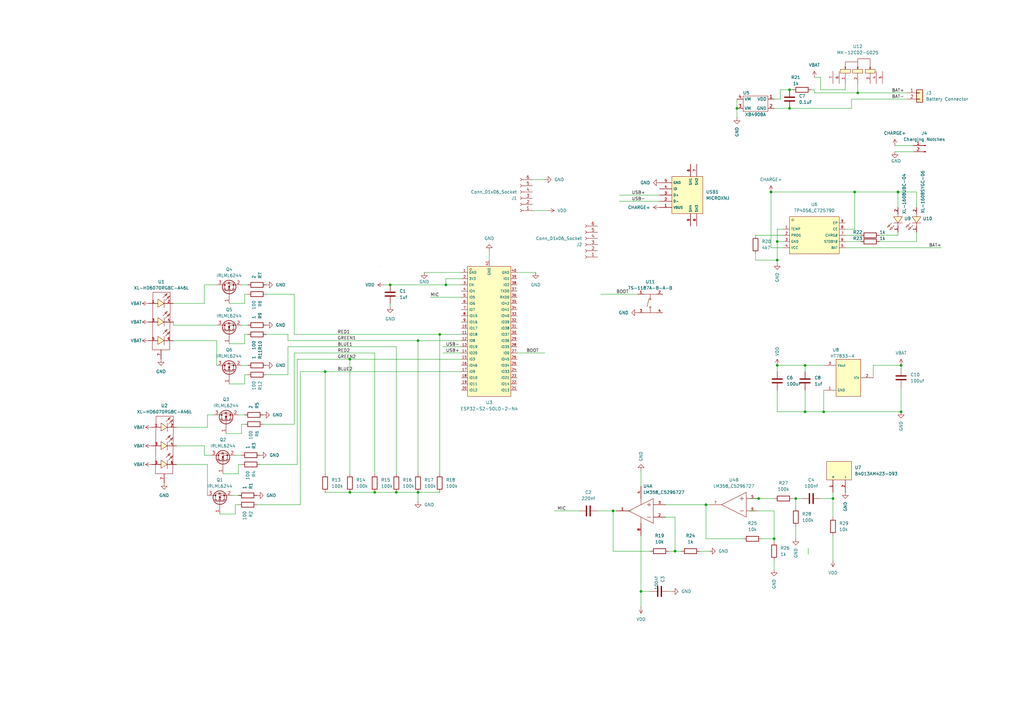
<source format=kicad_sch>
(kicad_sch (version 20230121) (generator eeschema)
  (paper "A3")
  (lib_symbols
    (symbol "B4013AM423-093:B4013AM423-093"
      (property "Reference" "U" (at 0 1.27 0))
      (property "Value" "B4013AM423-093" (at 0 -2.54 0))
      (symbol "B4013AM423-093_0_1"
        (pin unspecified line (at -2.54 -7.62 90) (length 5.08) (name "+") (number "1"))
        (pin unspecified line (at 2.54 -7.62 90) (length 5.08) (name "-") (number "2"))
      )
    )
    (symbol "Battery_Management:XB4908A"
      (property "Reference" "U5" (at 3.81 3.81 0))
      (property "Value" "XB4908A" (at 0 -5.08 0))
      (symbol "XB4908A_1_1"
        (pin bidirectional line (at -7.62 1.27 0) (length 2.54) (name "VDD") (number "1"))
        (pin bidirectional line (at -7.62 -2.54 0) (length 2.54) (name "GND") (number "2"))
        (pin bidirectional line (at 7.62 -2.54 180) (length 2.54) (name "VM") (number "3"))
        (pin bidirectional line (at 7.62 1.27 180) (length 2.54) (name "VM") (number "4"))
      )
    )
    (symbol "Connector:Conn_01x02_Pin" (pin_names (offset 1.016) hide)
      (property "Reference" "J" (at 0 2.54 0))
      (property "Value" "Conn_01x02_Pin" (at 0 -5.08 0))
      (symbol "Conn_01x02_Pin_1_1"
        (pin passive line (at 5.08 0 180) (length 3.81) (name "Pin_1") (number "1"))
        (pin passive line (at 5.08 -2.54 180) (length 3.81) (name "Pin_2") (number "2"))
      )
    )
    (symbol "Connector:Conn_01x06_Socket" (pin_names (offset 1.016) hide)
      (property "Reference" "J" (at 0 7.62 0))
      (property "Value" "Conn_01x06_Socket" (at 0 -10.16 0))
      (symbol "Conn_01x06_Socket_1_1"
        (pin passive line (at -5.08 5.08 0) (length 3.81) (name "Pin_1") (number "1"))
        (pin passive line (at -5.08 2.54 0) (length 3.81) (name "Pin_2") (number "2"))
        (pin passive line (at -5.08 0 0) (length 3.81) (name "Pin_3") (number "3"))
        (pin passive line (at -5.08 -2.54 0) (length 3.81) (name "Pin_4") (number "4"))
        (pin passive line (at -5.08 -5.08 0) (length 3.81) (name "Pin_5") (number "5"))
        (pin passive line (at -5.08 -7.62 0) (length 3.81) (name "Pin_6") (number "6"))
      )
    )
    (symbol "Connector_Generic:Conn_01x02" (pin_names (offset 1.016) hide)
      (property "Reference" "J" (at 0 2.54 0))
      (property "Value" "Conn_01x02" (at 0 -5.08 0))
      (symbol "Conn_01x02_1_1"
        (pin passive line (at -5.08 0 0) (length 3.81) (name "Pin_1") (number "1"))
        (pin passive line (at -5.08 -2.54 0) (length 3.81) (name "Pin_2") (number "2"))
      )
    )
    (symbol "Device:C" (pin_numbers hide) (pin_names (offset 0.254))
      (property "Reference" "C" (at 0.635 2.54 0))
      (property "Value" "C" (at 0.635 -2.54 0))
      (symbol "C_1_1"
        (pin passive line (at 0 3.81 270) (length 2.794) (name "~") (number "1"))
        (pin passive line (at 0 -3.81 90) (length 2.794) (name "~") (number "2"))
      )
    )
    (symbol "Device:R" (pin_numbers hide) (pin_names (offset 0))
      (property "Reference" "R" (at 2.032 0 90))
      (property "Value" "R" (at 0 0 90))
      (symbol "R_1_1"
        (pin passive line (at 0 3.81 270) (length 1.27) (name "~") (number "1"))
        (pin passive line (at 0 -3.81 90) (length 1.27) (name "~") (number "2"))
      )
    )
    (symbol "ESP32-S2-SOLO-2-N4:ESP32-S2-SOLO-2-N4"
      (property "Reference" "U" (at 0 1.27 0))
      (property "Value" "ESP32-S2-SOLO-2-N4" (at 0 -2.54 0))
      (symbol "ESP32-S2-SOLO-2-N4_0_1"
        (pin unspecified line (at -11.43 24.13 0) (length 2.54) (name "GND") (number "1"))
        (pin unspecified line (at -11.43 1.27 0) (length 2.54) (name "IO17") (number "10"))
        (pin unspecified line (at -11.43 -1.27 0) (length 2.54) (name "IO18") (number "11"))
        (pin unspecified line (at -11.43 -3.81 0) (length 2.54) (name "IO8") (number "12"))
        (pin unspecified line (at -11.43 -6.35 0) (length 2.54) (name "IO19") (number "13"))
        (pin unspecified line (at -11.43 -8.89 0) (length 2.54) (name "IO20") (number "14"))
        (pin unspecified line (at -11.43 -11.43 0) (length 2.54) (name "IO3") (number "15"))
        (pin unspecified line (at -11.43 -13.97 0) (length 2.54) (name "IO46") (number "16"))
        (pin unspecified line (at -11.43 -16.51 0) (length 2.54) (name "IO9") (number "17"))
        (pin unspecified line (at -11.43 -19.05 0) (length 2.54) (name "IO10") (number "18"))
        (pin unspecified line (at -11.43 -21.59 0) (length 2.54) (name "IO11") (number "19"))
        (pin unspecified line (at -11.43 21.59 0) (length 2.54) (name "3V3") (number "2"))
        (pin unspecified line (at -11.43 -24.13 0) (length 2.54) (name "IO12") (number "20"))
        (pin unspecified line (at 11.43 -24.13 180) (length 2.54) (name "IO13") (number "21"))
        (pin unspecified line (at 11.43 -21.59 180) (length 2.54) (name "IO14") (number "22"))
        (pin unspecified line (at 11.43 -19.05 180) (length 2.54) (name "IO21") (number "23"))
        (pin unspecified line (at 11.43 -16.51 180) (length 2.54) (name "IO33") (number "24"))
        (pin unspecified line (at 11.43 -13.97 180) (length 2.54) (name "IO34") (number "25"))
        (pin unspecified line (at 11.43 -11.43 180) (length 2.54) (name "IO45") (number "26"))
        (pin unspecified line (at 11.43 -8.89 180) (length 2.54) (name "IO0") (number "27"))
        (pin unspecified line (at 11.43 -6.35 180) (length 2.54) (name "IO35") (number "28"))
        (pin unspecified line (at 11.43 -3.81 180) (length 2.54) (name "IO36") (number "29"))
        (pin unspecified line (at -11.43 19.05 0) (length 2.54) (name "EN") (number "3"))
        (pin unspecified line (at 11.43 -1.27 180) (length 2.54) (name "IO37") (number "30"))
        (pin unspecified line (at 11.43 1.27 180) (length 2.54) (name "IO38") (number "31"))
        (pin unspecified line (at 11.43 3.81 180) (length 2.54) (name "IO39") (number "32"))
        (pin unspecified line (at 11.43 6.35 180) (length 2.54) (name "IO40") (number "33"))
        (pin unspecified line (at 11.43 8.89 180) (length 2.54) (name "IO41") (number "34"))
        (pin unspecified line (at 11.43 11.43 180) (length 2.54) (name "IO42") (number "35"))
        (pin unspecified line (at 11.43 13.97 180) (length 2.54) (name "RXD0") (number "36"))
        (pin unspecified line (at 11.43 16.51 180) (length 2.54) (name "TXD0") (number "37"))
        (pin unspecified line (at 11.43 19.05 180) (length 2.54) (name "IO2") (number "38"))
        (pin unspecified line (at 11.43 21.59 180) (length 2.54) (name "IO1") (number "39"))
        (pin unspecified line (at -11.43 16.51 0) (length 2.54) (name "IO4") (number "4"))
        (pin unspecified line (at 11.43 24.13 180) (length 2.54) (name "GND") (number "40"))
        (pin unspecified line (at 0 29.2101 270) (length 2.54) (name "GND") (number "41"))
        (pin unspecified line (at -11.43 13.97 0) (length 2.54) (name "IO5") (number "5"))
        (pin unspecified line (at -11.43 11.43 0) (length 2.54) (name "IO6") (number "6"))
        (pin unspecified line (at -11.43 8.89 0) (length 2.54) (name "IO7") (number "7"))
        (pin unspecified line (at -11.43 6.35 0) (length 2.54) (name "IO15") (number "8"))
        (pin unspecified line (at -11.43 3.81 0) (length 2.54) (name "IO16") (number "9"))
      )
    )
    (symbol "HT7533-1_C14289:HT7533-1_C14289"
      (property "Reference" "U" (at 0 1.27 0))
      (property "Value" "HT7533-1_C14289" (at 0 -2.54 0))
      (symbol "HT7533-1_C14289_0_1"
        (pin unspecified line (at 10.16 -5.08 180) (length 5.08) (name "GND") (number "1"))
        (pin unspecified line (at -10.16 0 0) (length 5.08) (name "Vin") (number "2"))
        (pin unspecified line (at 10.16 5.08 180) (length 5.08) (name "Vout") (number "3"))
      )
    )
    (symbol "LM358_C5296727:LM358_C5296727" (pin_names hide)
      (property "Reference" "U" (at 0 1.27 0))
      (property "Value" "LM358_C5296727" (at 0 -2.54 0))
      (symbol "LM358_C5296727_1_1"
        (pin output line (at 10.16 0 180) (length 5.08) (name "OUT1") (number "1"))
        (pin unspecified line (at -10.16 2.54 0) (length 5.08) (name "IN1-") (number "2"))
        (pin unspecified line (at -10.16 -2.54 0) (length 5.08) (name "IN1+") (number "3"))
        (pin power_in line (at 0 -10.16 90) (length 5.08) (name "VCC-") (number "4"))
        (pin power_in line (at 0 10.16 270) (length 5.08) (name "VCC+") (number "8"))
      )
      (symbol "LM358_C5296727_2_1"
        (pin unspecified line (at -10.16 -2.54 0) (length 5.08) (name "IN2+") (number "5"))
        (pin unspecified line (at -10.16 2.54 0) (length 5.08) (name "IN2-") (number "6"))
        (pin output line (at 10.16 0 180) (length 5.08) (name "OUT2") (number "7"))
      )
    )
    (symbol "MICROXNJ:MICROXNJ"
      (property "Reference" "USB" (at 0 1.27 0))
      (property "Value" "MICROXNJ" (at 0 -2.54 0))
      (symbol "MICROXNJ_0_1"
        (pin unspecified line (at -10.16 -5.08 0) (length 5.08) (name "VBUS") (number "1"))
        (pin unspecified line (at -10.16 -2.54 0) (length 5.08) (name "D-") (number "2"))
        (pin unspecified line (at -10.16 0 0) (length 5.08) (name "D+") (number "3"))
        (pin unspecified line (at -10.16 2.54 0) (length 5.08) (name "ID") (number "4"))
        (pin unspecified line (at -10.16 5.08 0) (length 5.08) (name "GND") (number "5"))
        (pin unspecified line (at 2.54 12.7 270) (length 5.08) (name "SH1") (number "6"))
        (pin unspecified line (at 5.08 12.7 270) (length 5.08) (name "SH2") (number "7"))
        (pin unspecified line (at 5.08 -12.7 90) (length 5.08) (name "SH3") (number "8"))
        (pin unspecified line (at 2.54 -12.7 90) (length 5.08) (name "SH4") (number "9"))
      )
    )
    (symbol "MK-12C02-G025:MK-12C02-G025" (pin_names hide)
      (property "Reference" "U" (at 0 1.27 0))
      (property "Value" "MK-12C02-G025" (at 0 -2.54 0))
      (symbol "MK-12C02-G025_0_1"
        (pin unspecified line (at -5.08 -5.08 90) (length 4.318) (name "1") (number "1"))
        (pin unspecified line (at 0 -5.08 90) (length 4.318) (name "2") (number "2"))
        (pin unspecified line (at 5.08 -5.08 90) (length 4.318) (name "3") (number "3"))
        (pin unspecified line (at 7.62 -5.08 90) (length 5.08) (name "4") (number "4"))
        (pin unspecified line (at 10.16 -5.08 90) (length 5.08) (name "5") (number "5"))
        (pin unspecified line (at -7.62 -5.08 90) (length 5.08) (name "6") (number "6"))
        (pin unspecified line (at -10.16 -5.08 90) (length 5.08) (name "7") (number "7"))
      )
    )
    (symbol "TP4056_C725790:TP4056_C725790"
      (property "Reference" "U" (at 0 1.27 0))
      (property "Value" "TP4056_C725790" (at 0 -2.54 0))
      (symbol "TP4056_C725790_0_1"
        (pin unspecified line (at -12.7 2.54 0) (length 2.54) (name "TEMP") (number "1"))
        (pin unspecified line (at -12.7 0 0) (length 2.54) (name "PROG") (number "2"))
        (pin unspecified line (at -12.7 -2.54 0) (length 2.54) (name "GND") (number "3"))
        (pin unspecified line (at -12.7 -5.08 0) (length 2.54) (name "VCC") (number "4"))
        (pin unspecified line (at 12.7 -5.08 180) (length 2.54) (name "BAT") (number "5"))
        (pin unspecified line (at 12.7 -2.54 180) (length 2.54) (name "STDBY#") (number "6"))
        (pin unspecified line (at 12.7 0 180) (length 2.54) (name "CHRG#") (number "7"))
        (pin unspecified line (at 12.7 2.54 180) (length 2.54) (name "CE") (number "8"))
        (pin unspecified line (at 12.7 5.08 180) (length 2.54) (name "EP") (number "9"))
      )
    )
    (symbol "TS-1187A-B-A-B:TS-1187A-B-A-B" (pin_names hide)
      (property "Reference" "U" (at 0 1.27 0))
      (property "Value" "TS-1187A-B-A-B" (at 0 -2.54 0))
      (symbol "TS-1187A-B-A-B_0_1"
        (pin unspecified line (at -5.08 2.54 0) (length 2.54) (name "A") (number "1"))
        (pin unspecified line (at 5.08 2.54 180) (length 2.54) (name "B") (number "2"))
        (pin unspecified line (at -5.08 -5.08 0) (length 2.54) (name "C") (number "3"))
        (pin unspecified line (at 5.08 -5.08 180) (length 2.54) (name "D") (number "4"))
      )
    )
    (symbol "Transistor_FET:IRLML6244" (pin_names hide)
      (property "Reference" "Q" (at 5.08 1.905 0))
      (property "Value" "IRLML6244" (at 5.08 0 0))
      (symbol "IRLML6244_1_1"
        (pin input line (at -5.08 0 0) (length 2.54) (name "G") (number "1"))
        (pin passive line (at 2.54 -5.08 90) (length 2.54) (name "S") (number "2"))
        (pin passive line (at 2.54 5.08 270) (length 2.54) (name "D") (number "3"))
      )
    )
    (symbol "VBAT_1" (power) (pin_names (offset 0))
      (property "Value" "VBAT_1" (at 0 5.08 0))
      (symbol "VBAT_1_1_1"
        (pin power_in line (at 0 0 90) (length 0) hide (name "VBAT") (number "1"))
      )
    )
    (symbol "VBAT_10" (power) (pin_names (offset 0))
      (property "Value" "VBAT_10" (at 0 5.08 90))
      (symbol "VBAT_10_1_1"
        (pin power_in line (at 0 0 90) (length 0) hide (name "VBAT") (number "1"))
      )
    )
    (symbol "VBAT_11" (power) (pin_names (offset 0))
      (property "Value" "VBAT_11" (at 0 5.08 0))
      (symbol "VBAT_11_1_1"
        (pin power_in line (at 0 0 90) (length 0) hide (name "CHARGE+") (number "1"))
      )
    )
    (symbol "VBAT_4" (power) (pin_names (offset 0))
      (property "Value" "VBAT_4" (at 0 5.08 0))
      (symbol "VBAT_4_1_1"
        (pin power_in line (at 0 0 90) (length 0) hide (name "VBAT") (number "1"))
      )
    )
    (symbol "VBAT_5" (power) (pin_names (offset 0))
      (property "Value" "VBAT_5" (at 0 5.08 90))
      (symbol "VBAT_5_1_1"
        (pin power_in line (at 0 0 90) (length 0) hide (name "VBAT") (number "1"))
      )
    )
    (symbol "VBAT_6" (power) (pin_names (offset 0))
      (property "Value" "VBAT_6" (at 0 5.08 90))
      (symbol "VBAT_6_1_1"
        (pin power_in line (at 0 0 90) (length 0) hide (name "VBAT") (number "1"))
      )
    )
    (symbol "VBAT_7" (power) (pin_names (offset 0))
      (property "Value" "VBAT_7" (at 0 5.08 90))
      (symbol "VBAT_7_1_1"
        (pin power_in line (at 0 0 90) (length 0) hide (name "VBAT") (number "1"))
      )
    )
    (symbol "VBAT_8" (power) (pin_names (offset 0))
      (property "Value" "VBAT_8" (at 0 5.08 90))
      (symbol "VBAT_8_1_1"
        (pin power_in line (at 0 0 90) (length 0) hide (name "VBAT") (number "1"))
      )
    )
    (symbol "VBAT_9" (power) (pin_names (offset 0))
      (property "Value" "VBAT_9" (at 0 5.08 90))
      (symbol "VBAT_9_1_1"
        (pin power_in line (at 0 0 90) (length 0) hide (name "VBAT") (number "1"))
      )
    )
    (symbol "XL-1608SYGC-06:XL-1608SYGC-06" (pin_names hide)
      (property "Reference" "U" (at 0 1.27 0))
      (property "Value" "XL-1608SYGC-06" (at 0 -2.54 0))
      (symbol "XL-1608SYGC-06_0_1"
        (pin unspecified line (at -5.08 0 0) (length 2.54) (name "K") (number "1"))
        (pin unspecified line (at 5.08 0 180) (length 2.54) (name "A") (number "2"))
      )
    )
    (symbol "XL-1608UBC-04:XL-1608UBC-04" (pin_names hide)
      (property "Reference" "U" (at 0 1.27 0))
      (property "Value" "XL-1608UBC-04" (at 0 -2.54 0))
      (symbol "XL-1608UBC-04_0_1"
        (pin unspecified line (at -5.08 0 0) (length 2.54) (name "K") (number "1"))
        (pin unspecified line (at 5.08 0 180) (length 2.54) (name "A") (number "2"))
      )
    )
    (symbol "XL-HD6070RGBC-A46L:XL-HD6070RGBC-A46L" (pin_names hide)
      (property "Reference" "U" (at 0 1.27 0))
      (property "Value" "XL-HD6070RGBC-A46L" (at 0 -2.54 0))
      (symbol "XL-HD6070RGBC-A46L_0_1"
        (pin unspecified line (at -7.62 5.08 270) (length 3.81) (name "1") (number "1"))
        (pin unspecified line (at -7.62 -5.08 90) (length 3.81) (name "2") (number "2"))
        (pin unspecified line (at 0 5.08 270) (length 3.81) (name "3") (number "3"))
        (pin unspecified line (at 0 -5.08 90) (length 3.81) (name "4") (number "4"))
        (pin unspecified line (at 7.62 5.08 270) (length 3.81) (name "5") (number "5"))
        (pin unspecified line (at 7.62 -5.08 90) (length 3.81) (name "6") (number "6"))
        (pin unspecified line (at 15.24 0 180) (length 3.81) (name "7") (number "7"))
      )
    )
    (symbol "power:GND" (power) (pin_names (offset 0))
      (property "Value" "GND" (at 0 -3.81 0))
      (symbol "GND_1_1"
        (pin power_in line (at 0 0 270) (length 0) hide (name "GND") (number "1"))
      )
    )
    (symbol "power:VBAT" (power) (pin_names (offset 0))
      (property "Value" "CHARGE+" (at 0 5.08 0))
      (symbol "VBAT_1_1"
        (pin power_in line (at 0 0 90) (length 0) hide (name "CHARGE+") (number "1"))
      )
    )
    (symbol "power:VDD" (power) (pin_names (offset 0))
      (property "Value" "VDD" (at 0 3.81 0))
      (symbol "VDD_1_1"
        (pin power_in line (at 0 0 90) (length 0) hide (name "VDD") (number "1"))
      )
    )
  )
  (junction (at 341.63 204.47))
  (junction (at 251.46 209.55))
  (junction (at 160.02 116.84))
  (junction (at 369.57 168.91))
  (junction (at 330.2 149.86))
  (junction (at 323.85 36.83))
  (junction (at 143.51 201.93))
  (junction (at 143.51 147.32))
  (junction (at 153.67 201.93))
  (junction (at 351.79 38.1))
  (junction (at 318.77 99.06))
  (junction (at 369.57 149.86))
  (junction (at 316.23 78.74))
  (junction (at 289.56 207.01))
  (junction (at 311.15 204.47))
  (junction (at 350.52 78.74))
  (junction (at 368.3 78.74))
  (junction (at 323.85 44.45))
  (junction (at 318.77 149.86))
  (junction (at 180.34 137.16))
  (junction (at 262.89 242.57))
  (junction (at 276.86 226.06))
  (junction (at 330.2 168.91))
  (junction (at 318.77 106.68))
  (junction (at 171.45 139.7))
  (junction (at 326.39 204.47))
  (junction (at 317.5 220.98))
  (junction (at 171.45 201.93))
  (junction (at 337.82 168.91))
  (junction (at 133.35 152.4))
  (junction (at 162.56 201.93))
  (junction (at 302.26 44.45))
  (junction (at 182.88 116.84))
  (wire (pts (xy 316.23 78.74) (xy 350.52 78.74)))
  (wire (pts (xy 83.82 116.84) (xy 83.82 124.46)))
  (wire (pts (xy 302.26 44.45) (xy 302.26 40.64)))
  (wire (pts (xy 336.55 36.83) (xy 346.71 36.83)))
  (wire (pts (xy 317.5 44.45) (xy 323.85 44.45)))
  (wire (pts (xy 320.04 40.64) (xy 320.04 36.83)))
  (wire (pts (xy 180.34 137.16) (xy 189.23 137.16)))
  (wire (pts (xy 368.3 78.74) (xy 375.92 78.74)))
  (wire (pts (xy 274.32 226.06) (xy 276.86 226.06)))
  (wire (pts (xy 160.02 124.46) (xy 160.02 125.73)))
  (wire (pts (xy 101.6 153.67) (xy 100.33 153.67)))
  (wire (pts (xy 162.56 142.24) (xy 162.56 194.31)))
  (wire (pts (xy 133.35 152.4) (xy 189.23 152.4)))
  (wire (pts (xy 358.14 149.86) (xy 358.14 154.94)))
  (wire (pts (xy 318.77 107.95) (xy 318.77 106.68)))
  (wire (pts (xy 323.85 44.45) (xy 349.25 44.45)))
  (wire (pts (xy 182.88 114.3) (xy 189.23 114.3)))
  (wire (pts (xy 321.31 93.98) (xy 318.77 93.98)))
  (wire (pts (xy 171.45 139.7) (xy 189.23 139.7)))
  (wire (pts (xy 181.61 144.78) (xy 189.23 144.78)))
  (wire (pts (xy 123.19 152.4) (xy 133.35 152.4)))
  (wire (pts (xy 171.45 139.7) (xy 171.45 194.31)))
  (wire (pts (xy 121.92 147.32) (xy 143.51 147.32)))
  (wire (pts (xy 218.44 86.36) (xy 224.79 86.36)))
  (wire (pts (xy 289.56 207.01) (xy 290.83 207.01)))
  (wire (pts (xy 71.12 133.35) (xy 88.9 133.35)))
  (wire (pts (xy 181.61 142.24) (xy 189.23 142.24)))
  (wire (pts (xy 99.06 173.99) (xy 99.06 177.8)))
  (wire (pts (xy 71.12 133.35) (xy 71.12 132.08)))
  (wire (pts (xy 330.2 168.91) (xy 318.77 168.91)))
  (wire (pts (xy 349.25 44.45) (xy 349.25 40.64)))
  (wire (pts (xy 133.35 152.4) (xy 133.35 194.31)))
  (wire (pts (xy 346.71 36.83) (xy 346.71 34.29)))
  (wire (pts (xy 143.51 201.93) (xy 153.67 201.93)))
  (wire (pts (xy 309.88 106.68) (xy 309.88 104.14)))
  (wire (pts (xy 96.52 210.82) (xy 90.17 210.82)))
  (wire (pts (xy 304.8 220.98) (xy 289.56 220.98)))
  (wire (pts (xy 153.67 144.78) (xy 153.67 194.31)))
  (wire (pts (xy 251.46 226.06) (xy 251.46 209.55)))
  (wire (pts (xy 245.11 209.55) (xy 251.46 209.55)))
  (wire (pts (xy 275.59 242.57) (xy 274.32 242.57)))
  (wire (pts (xy 311.15 209.55) (xy 317.5 209.55)))
  (wire (pts (xy 368.3 78.74) (xy 368.3 85.09)))
  (wire (pts (xy 341.63 204.47) (xy 341.63 201.93)))
  (wire (pts (xy 189.23 116.84) (xy 182.88 116.84)))
  (wire (pts (xy 157.48 116.84) (xy 160.02 116.84)))
  (wire (pts (xy 93.98 157.48) (xy 100.33 157.48)))
  (wire (pts (xy 86.36 186.69) (xy 83.82 186.69)))
  (wire (pts (xy 71.12 139.7) (xy 88.9 139.7)))
  (wire (pts (xy 99.06 177.8) (xy 92.71 177.8)))
  (wire (pts (xy 330.2 168.91) (xy 330.2 160.02)))
  (wire (pts (xy 109.22 153.67) (xy 118.11 153.67)))
  (wire (pts (xy 334.01 38.1) (xy 351.79 38.1)))
  (wire (pts (xy 72.39 190.5) (xy 85.09 190.5)))
  (wire (pts (xy 254 80.01) (xy 270.51 80.01)))
  (wire (pts (xy 317.5 229.87) (xy 317.5 233.68)))
  (wire (pts (xy 262.89 219.71) (xy 262.89 242.57)))
  (wire (pts (xy 251.46 209.55) (xy 252.73 209.55)))
  (wire (pts (xy 120.65 137.16) (xy 180.34 137.16)))
  (wire (pts (xy 326.39 204.47) (xy 328.93 204.47)))
  (wire (pts (xy 97.79 170.18) (xy 100.33 170.18)))
  (wire (pts (xy 83.82 124.46) (xy 71.12 124.46)))
  (wire (pts (xy 118.11 137.16) (xy 118.11 139.7)))
  (wire (pts (xy 309.88 209.55) (xy 307.34 209.55)))
  (wire (pts (xy 367.03 62.23) (xy 374.65 62.23)))
  (wire (pts (xy 262.89 248.92) (xy 262.89 242.57)))
  (wire (pts (xy 266.7 226.06) (xy 251.46 226.06)))
  (wire (pts (xy 351.79 38.1) (xy 351.79 34.29)))
  (wire (pts (xy 100.33 124.46) (xy 93.98 124.46)))
  (wire (pts (xy 254 82.55) (xy 270.51 82.55)))
  (wire (pts (xy 96.52 207.01) (xy 96.52 210.82)))
  (wire (pts (xy 120.65 144.78) (xy 153.67 144.78)))
  (wire (pts (xy 309.88 96.52) (xy 321.31 96.52)))
  (wire (pts (xy 218.44 73.66) (xy 223.52 73.66)))
  (wire (pts (xy 100.33 120.65) (xy 100.33 124.46)))
  (wire (pts (xy 100.33 140.97) (xy 93.98 140.97)))
  (wire (pts (xy 330.2 149.86) (xy 330.2 152.4)))
  (wire (pts (xy 85.09 175.26) (xy 72.39 175.26)))
  (wire (pts (xy 100.33 153.67) (xy 100.33 157.48)))
  (wire (pts (xy 273.05 207.01) (xy 289.56 207.01)))
  (wire (pts (xy 337.82 149.86) (xy 330.2 149.86)))
  (wire (pts (xy 353.06 96.52) (xy 346.71 96.52)))
  (wire (pts (xy 83.82 182.88) (xy 72.39 182.88)))
  (wire (pts (xy 171.45 201.93) (xy 180.34 201.93)))
  (wire (pts (xy 212.09 111.76) (xy 219.71 111.76)))
  (wire (pts (xy 120.65 173.99) (xy 120.65 144.78)))
  (wire (pts (xy 337.82 160.02) (xy 337.82 168.91)))
  (wire (pts (xy 341.63 219.71) (xy 341.63 229.87)))
  (wire (pts (xy 107.95 173.99) (xy 120.65 173.99)))
  (wire (pts (xy 307.34 204.47) (xy 311.15 204.47)))
  (wire (pts (xy 88.9 149.86) (xy 88.9 139.7)))
  (wire (pts (xy 317.5 209.55) (xy 317.5 220.98)))
  (wire (pts (xy 368.3 95.25) (xy 368.3 96.52)))
  (wire (pts (xy 101.6 120.65) (xy 100.33 120.65)))
  (wire (pts (xy 95.25 203.2) (xy 97.79 203.2)))
  (wire (pts (xy 109.22 120.65) (xy 120.65 120.65)))
  (wire (pts (xy 320.04 36.83) (xy 323.85 36.83)))
  (wire (pts (xy 200.66 102.87) (xy 200.66 106.6799)))
  (wire (pts (xy 317.5 204.47) (xy 311.15 204.47)))
  (wire (pts (xy 120.65 120.65) (xy 120.65 137.16)))
  (wire (pts (xy 287.02 226.06) (xy 290.83 226.06)))
  (wire (pts (xy 180.34 137.16) (xy 180.34 194.31)))
  (wire (pts (xy 276.86 226.06) (xy 279.4 226.06)))
  (wire (pts (xy 323.85 36.83) (xy 325.12 36.83)))
  (wire (pts (xy 162.56 201.93) (xy 171.45 201.93)))
  (wire (pts (xy 118.11 139.7) (xy 171.45 139.7)))
  (wire (pts (xy 97.79 190.5) (xy 97.79 194.31)))
  (wire (pts (xy 189.23 111.76) (xy 173.99 111.76)))
  (wire (pts (xy 176.53 121.92) (xy 189.23 121.92)))
  (wire (pts (xy 105.41 207.01) (xy 123.19 207.01)))
  (wire (pts (xy 109.22 137.16) (xy 118.11 137.16)))
  (wire (pts (xy 375.92 95.25) (xy 375.92 99.06)))
  (wire (pts (xy 312.42 220.98) (xy 317.5 220.98)))
  (wire (pts (xy 349.25 40.64) (xy 372.11 40.64)))
  (wire (pts (xy 326.39 215.9) (xy 326.39 220.98)))
  (wire (pts (xy 266.7 242.57) (xy 262.89 242.57)))
  (wire (pts (xy 369.57 158.75) (xy 369.57 168.91)))
  (wire (pts (xy 97.79 194.31) (xy 91.44 194.31)))
  (wire (pts (xy 83.82 186.69) (xy 83.82 182.88)))
  (wire (pts (xy 227.33 209.55) (xy 237.49 209.55)))
  (wire (pts (xy 106.68 190.5) (xy 121.92 190.5)))
  (wire (pts (xy 336.55 204.47) (xy 341.63 204.47)))
  (wire (pts (xy 321.31 99.06) (xy 318.77 99.06)))
  (wire (pts (xy 302.26 44.45) (xy 302.26 48.26)))
  (wire (pts (xy 99.06 149.86) (xy 101.6 149.86)))
  (wire (pts (xy 123.19 152.4) (xy 123.19 207.01)))
  (wire (pts (xy 118.11 142.24) (xy 162.56 142.24)))
  (wire (pts (xy 160.02 116.84) (xy 182.88 116.84)))
  (wire (pts (xy 88.9 116.84) (xy 83.82 116.84)))
  (wire (pts (xy 341.63 204.47) (xy 341.63 212.09)))
  (wire (pts (xy 100.33 137.16) (xy 100.33 140.97)))
  (wire (pts (xy 318.77 149.86) (xy 330.2 149.86)))
  (wire (pts (xy 375.92 99.06) (xy 360.68 99.06)))
  (wire (pts (xy 97.79 207.01) (xy 96.52 207.01)))
  (wire (pts (xy 337.82 168.91) (xy 330.2 168.91)))
  (wire (pts (xy 353.06 99.06) (xy 346.71 99.06)))
  (wire (pts (xy 332.74 36.83) (xy 334.01 36.83)))
  (wire (pts (xy 317.5 220.98) (xy 317.5 222.25)))
  (wire (pts (xy 350.52 93.98) (xy 350.52 78.74)))
  (wire (pts (xy 273.05 212.09) (xy 276.86 212.09)))
  (wire (pts (xy 321.31 101.6) (xy 316.23 101.6)))
  (wire (pts (xy 317.5 40.64) (xy 320.04 40.64)))
  (wire (pts (xy 133.35 201.93) (xy 143.51 201.93)))
  (wire (pts (xy 346.71 101.6) (xy 386.08 101.6)))
  (wire (pts (xy 212.09 144.78) (xy 223.52 144.78)))
  (wire (pts (xy 246.38 120.65) (xy 261.62 120.65)))
  (wire (pts (xy 171.45 205.74) (xy 171.45 201.93)))
  (wire (pts (xy 99.06 190.5) (xy 97.79 190.5)))
  (wire (pts (xy 99.06 116.84) (xy 101.6 116.84)))
  (wire (pts (xy 85.09 170.18) (xy 85.09 175.26)))
  (wire (pts (xy 326.39 204.47) (xy 326.39 208.28)))
  (wire (pts (xy 318.77 99.06) (xy 318.77 106.68)))
  (wire (pts (xy 259.08 209.55) (xy 257.81 209.55)))
  (wire (pts (xy 182.88 114.3) (xy 182.88 116.84)))
  (wire (pts (xy 276.86 226.06) (xy 276.86 212.09)))
  (wire (pts (xy 350.52 78.74) (xy 368.3 78.74)))
  (wire (pts (xy 87.63 170.18) (xy 85.09 170.18)))
  (wire (pts (xy 375.92 78.74) (xy 375.92 85.09)))
  (wire (pts (xy 325.12 204.47) (xy 326.39 204.47)))
  (wire (pts (xy 101.6 137.16) (xy 100.33 137.16)))
  (wire (pts (xy 318.77 168.91) (xy 318.77 160.02)))
  (wire (pts (xy 118.11 153.67) (xy 118.11 142.24)))
  (wire (pts (xy 153.67 201.93) (xy 162.56 201.93)))
  (wire (pts (xy 100.33 173.99) (xy 99.06 173.99)))
  (wire (pts (xy 316.23 101.6) (xy 316.23 78.74)))
  (wire (pts (xy 369.57 149.86) (xy 369.57 151.13)))
  (wire (pts (xy 85.09 203.2) (xy 85.09 190.5)))
  (wire (pts (xy 336.55 31.75) (xy 336.55 36.83)))
  (wire (pts (xy 318.77 93.98) (xy 318.77 99.06)))
  (wire (pts (xy 96.52 186.69) (xy 99.06 186.69)))
  (wire (pts (xy 331.47 224.79) (xy 331.47 227.33)))
  (wire (pts (xy 156.21 109.2199) (xy 156.21 109.22)))
  (wire (pts (xy 346.71 93.98) (xy 350.52 93.98)))
  (wire (pts (xy 143.51 147.32) (xy 143.51 194.31)))
  (wire (pts (xy 336.55 31.75) (xy 334.01 31.75)))
  (wire (pts (xy 368.3 96.52) (xy 360.68 96.52)))
  (wire (pts (xy 318.77 149.86) (xy 318.77 152.4)))
  (wire (pts (xy 99.06 133.35) (xy 101.6 133.35)))
  (wire (pts (xy 121.92 190.5) (xy 121.92 147.32)))
  (wire (pts (xy 289.56 220.98) (xy 289.56 207.01)))
  (wire (pts (xy 367.03 59.69) (xy 374.65 59.69)))
  (wire (pts (xy 337.82 168.91) (xy 369.57 168.91)))
  (wire (pts (xy 334.01 36.83) (xy 334.01 38.1)))
  (wire (pts (xy 358.14 149.86) (xy 369.57 149.86)))
  (wire (pts (xy 262.89 193.04) (xy 262.89 199.39)))
  (wire (pts (xy 351.79 38.1) (xy 372.11 38.1)))
  (wire (pts (xy 318.77 106.68) (xy 309.88 106.68)))
  (wire (pts (xy 143.51 147.32) (xy 189.23 147.32)))
  (label "GREEN2" (at 138.43 147.32 0))
  (label "USB+" (at 182.88 144.78 0))
  (label "BLUE1" (at 138.43 142.24 0))
  (label "MIC" (at 176.53 121.92 0))
  (label "BOOT" (at 215.9 144.78 0))
  (label "RED1" (at 138.43 137.16 0))
  (label "GREEN1" (at 138.43 139.7 0))
  (label "BLUE2" (at 138.43 152.4 0))
  (label "MIC" (at 228.6 209.55 0))
  (label "RED2" (at 138.43 144.78 0))
  (label "BAT+" (at 365.76 38.1 0))
  (label "USB+" (at 259.08 80.01 0))
  (label "USB-" (at 182.88 142.24 0))
  (label "BOOT" (at 252.73 120.65 0))
  (label "USB-" (at 259.08 82.55 0))
  (label "BAT+" (at 381 101.6 0))
  (label "BAT-" (at 365.76 40.64 0))
  (symbol (lib_id "power:GND") (at 262.89 193.04 180) (unit 1)
    (property "Reference" "#PWR022" (effects hide))
    (property "Value" "GND" (at 262.89 189.23 90) (effects (justify right)))
  )
  (symbol (lib_id "Device:C") (at 318.77 156.21 180) (unit 1)
    (property "Reference" "C6" (at 322.58 154.94 0) (effects (justify right)))
    (property "Value" "100uF" (at 322.58 157.48 0) (effects (justify right)))
    (property "Footprint" "Capacitor_SMD:C_0603_1608Metric" (effects hide))
  )
  (symbol (lib_name "VBAT_10") (lib_id "power:VBAT") (at 60.96 124.46 90) (unit 1)
    (property "Reference" "#PWR01" (effects hide))
    (property "Value" "VBAT" (at 55.88 124.46 90))
  )
  (symbol (lib_id "power:VDD") (at 262.89 248.92 180) (unit 1)
    (property "Reference" "#PWR024" (effects hide))
    (property "Value" "VDD" (at 262.89 254 0))
  )
  (symbol (lib_id "power:GND") (at 67.31 198.12 0) (unit 1)
    (property "Reference" "#PWR08" (effects hide))
    (property "Value" "GND" (at 67.31 203.2 0))
  )
  (symbol (lib_id "Device:R") (at 143.51 198.12 180) (unit 1)
    (property "Reference" "R14" (at 146.05 196.85 0) (effects (justify right)))
    (property "Value" "100k" (at 146.05 199.39 0) (effects (justify right)))
    (property "Footprint" "Resistor_SMD:R_0603_1608Metric" (effects hide))
  )
  (symbol (lib_id "Device:R") (at 104.14 170.18 90) (mirror x) (unit 1)
    (property "Reference" "R5" (at 105.41 167.64 0) (effects (justify right)))
    (property "Value" "2" (at 102.87 167.64 0) (effects (justify right)))
    (property "Footprint" "Resistor_SMD:R_0603_1608Metric" (effects hide))
  )
  (symbol (lib_id "TP4056_C725790:TP4056_C725790") (at 334.01 96.52 0) (unit 1)
    (property "Reference" "U6" (at 334.01 83.82 0))
    (property "Value" "TP4056_C725790" (at 334.01 86.36 0))
    (property "Footprint" "footprint:ESOP-8_L4.9-W3.9-P1.27-LS6.0-BL-EP" (effects hide))
    (property "Datasheet" "https://www.mornsun.cn/html/pdf/SCM1501B.html" (effects hide))
    (property "LCSC" "C725790" (effects hide))
  )
  (symbol (lib_id "power:VDD") (at 157.48 116.84 90) (unit 1)
    (property "Reference" "#PWR015" (effects hide))
    (property "Value" "VDD" (at 153.67 116.84 90) (effects (justify left)))
  )
  (symbol (lib_id "power:GND") (at 223.52 73.66 90) (unit 1)
    (property "Reference" "#PWR020" (effects hide))
    (property "Value" "GND" (at 227.33 73.66 90) (effects (justify right)))
  )
  (symbol (lib_id "Transistor_FET:IRLML6244") (at 93.98 152.4 90) (unit 1)
    (property "Reference" "Q6" (at 93.98 143.51 90))
    (property "Value" "IRLML6244" (at 93.98 146.05 90))
    (property "Footprint" "Package_TO_SOT_SMD:SOT-23" (effects hide))
    (property "Datasheet" "https://www.infineon.com/dgdl/Infineon-IRLML6244-DataSheet-v01_01-EN.pdf?fileId=5546d462533600a4015356686fed261f" (effects hide))
  )
  (symbol (lib_id "power:GND") (at 270.51 74.93 270) (unit 1)
    (property "Reference" "#PWR041" (effects hide))
    (property "Value" "GND" (at 266.7 74.93 90) (effects (justify right)))
  )
  (symbol (lib_id "power:GND") (at 290.83 226.06 90) (unit 1)
    (property "Reference" "#PWR026" (effects hide))
    (property "Value" "GND" (at 294.64 226.06 90) (effects (justify right)))
  )
  (symbol (lib_name "VBAT_8") (lib_id "power:VBAT") (at 60.96 139.7 90) (unit 1)
    (property "Reference" "#PWR03" (effects hide))
    (property "Value" "VBAT" (at 55.88 139.7 90))
  )
  (symbol (lib_id "Device:C") (at 160.02 120.65 180) (unit 1)
    (property "Reference" "C1" (at 163.83 119.38 0) (effects (justify right)))
    (property "Value" "1uf" (at 163.83 121.92 0) (effects (justify right)))
    (property "Footprint" "Capacitor_SMD:C_0603_1608Metric" (effects hide))
  )
  (symbol (lib_id "power:GND") (at 317.5 233.68 0) (unit 1)
    (property "Reference" "#PWR028" (effects hide))
    (property "Value" "GND" (at 317.5 237.49 90) (effects (justify right)))
  )
  (symbol (lib_id "Device:C") (at 323.85 40.64 0) (unit 1)
    (property "Reference" "C7" (at 327.66 39.37 0) (effects (justify left)))
    (property "Value" "0.1uF" (at 327.66 41.91 0) (effects (justify left)))
    (property "Footprint" "Capacitor_SMD:C_0603_1608Metric" (effects hide))
  )
  (symbol (lib_name "VBAT_4") (lib_id "power:VBAT") (at 334.01 31.75 0) (unit 1)
    (property "Reference" "#PWR034" (effects hide))
    (property "Value" "VBAT" (at 334.01 26.67 0))
  )
  (symbol (lib_id "XL-HD6070RGBC-A46L:XL-HD6070RGBC-A46L") (at 66.04 132.08 90) (mirror x) (unit 1)
    (property "Reference" "U1" (at 66.167 115.57 90))
    (property "Value" "XL-HD6070RGBC-A46L" (at 66.167 118.11 90))
    (property "Footprint" "footprint:LED-SMD_XL-HD6070RGBC-A46L" (effects hide))
    (property "Datasheet" "https://atta.szlcsc.com/upload/public/pdf/source/20230111/33D25E00C3079F1D905D9121522B30DE.pdf" (effects hide))
    (property "LCSC" "C5349977" (effects hide))
  )
  (symbol (lib_id "power:GND") (at 160.02 125.73 0) (unit 1)
    (property "Reference" "#PWR016" (effects hide))
    (property "Value" "GND" (at 160.02 130.81 0))
  )
  (symbol (lib_id "LM358_C5296727:LM358_C5296727") (at 300.99 207.01 180) (unit 2)
    (property "Reference" "U4" (at 300.99 196.85 0))
    (property "Value" "LM358_C5296727" (at 300.99 199.39 0))
    (property "Footprint" "footprint:SO-8_L4.9-W3.9-P1.27-LS6.0-BL" (effects hide))
    (property "Datasheet" "https://www.mouser.in/datasheet/2/609/623345fc-1268583.pdf" (effects hide))
    (property "LCSC" "C5296727" (effects hide))
  )
  (symbol (lib_id "Device:R") (at 101.6 207.01 90) (unit 1)
    (property "Reference" "R2" (at 102.87 209.55 0) (effects (justify right)))
    (property "Value" "100" (at 100.33 209.55 0) (effects (justify right)))
    (property "Footprint" "Resistor_SMD:R_0603_1608Metric" (effects hide))
  )
  (symbol (lib_id "XL-1608SYGC-06:XL-1608SYGC-06") (at 375.92 90.17 90) (unit 1)
    (property "Reference" "U10" (at 378.46 89.662 90) (effects (justify right)))
    (property "Value" "XL-1608SYGC-06" (at 378.46 69.85 0) (effects (justify right)))
    (property "Footprint" "footprint:LED0603-RD_GREEN" (effects hide))
    (property "Datasheet" "https://atta.szlcsc.com/upload/public/pdf/source/20190115/C264450_D840E7E570138F41CCE67133F241C738.pdf" (effects hide))
    (property "LCSC" "C965805" (effects hide))
  )
  (symbol (lib_id "Device:R") (at 104.14 173.99 90) (unit 1)
    (property "Reference" "R6" (at 105.41 176.53 0) (effects (justify right)))
    (property "Value" "100" (at 102.87 176.53 0) (effects (justify right)))
    (property "Footprint" "Resistor_SMD:R_0603_1608Metric" (effects hide))
  )
  (symbol (lib_id "Transistor_FET:IRLML6244") (at 93.98 119.38 90) (unit 1)
    (property "Reference" "Q4" (at 93.98 110.49 90))
    (property "Value" "IRLML6244" (at 93.98 113.03 90))
    (property "Footprint" "Package_TO_SOT_SMD:SOT-23" (effects hide))
    (property "Datasheet" "https://www.infineon.com/dgdl/Infineon-IRLML6244-DataSheet-v01_01-EN.pdf?fileId=5546d462533600a4015356686fed261f" (effects hide))
  )
  (symbol (lib_id "Device:R") (at 133.35 198.12 180) (unit 1)
    (property "Reference" "R13" (at 135.89 196.85 0) (effects (justify right)))
    (property "Value" "100k" (at 135.89 199.39 0) (effects (justify right)))
    (property "Footprint" "Resistor_SMD:R_0603_1608Metric" (effects hide))
  )
  (symbol (lib_id "Device:C") (at 332.74 204.47 90) (unit 1)
    (property "Reference" "C4" (at 332.74 196.85 90))
    (property "Value" "100nf" (at 332.74 199.39 90))
    (property "Footprint" "Capacitor_SMD:C_0603_1608Metric" (effects hide))
  )
  (symbol (lib_id "power:GND") (at 219.71 111.76 0) (unit 1)
    (property "Reference" "#PWR023" (effects hide))
    (property "Value" "GND" (at 219.71 116.84 0))
  )
  (symbol (lib_id "Device:R") (at 101.6 203.2 90) (mirror x) (unit 1)
    (property "Reference" "R1" (at 102.87 200.66 0) (effects (justify right)))
    (property "Value" "1" (at 100.33 200.66 0) (effects (justify right)))
    (property "Footprint" "Resistor_SMD:R_0603_1608Metric" (effects hide))
  )
  (symbol (lib_id "Device:R") (at 341.63 215.9 0) (unit 1)
    (property "Reference" "R29" (at 344.17 214.63 0) (effects (justify left)))
    (property "Value" "10k" (at 344.17 217.17 0) (effects (justify left)))
    (property "Footprint" "Resistor_SMD:R_0603_1608Metric" (effects hide))
  )
  (symbol (lib_id "Device:R") (at 356.87 96.52 270) (unit 1)
    (property "Reference" "R22" (at 351.79 95.25 90))
    (property "Value" "1k" (at 361.95 95.25 90))
    (property "Footprint" "Resistor_SMD:R_0603_1608Metric" (effects hide))
  )
  (symbol (lib_id "XL-HD6070RGBC-A46L:XL-HD6070RGBC-A46L") (at 67.31 182.88 90) (mirror x) (unit 1)
    (property "Reference" "U2" (at 67.437 166.37 90))
    (property "Value" "XL-HD6070RGBC-A46L" (at 67.437 168.91 90))
    (property "Footprint" "footprint:LED-SMD_XL-HD6070RGBC-A46L" (effects hide))
    (property "Datasheet" "https://atta.szlcsc.com/upload/public/pdf/source/20230111/33D25E00C3079F1D905D9121522B30DE.pdf" (effects hide))
    (property "LCSC" "C5349977" (effects hide))
  )
  (symbol (lib_id "XL-1608UBC-04:XL-1608UBC-04") (at 368.3 90.17 90) (unit 1)
    (property "Reference" "U9" (at 370.84 89.662 90) (effects (justify right)))
    (property "Value" "XL-1608UBC-04" (at 370.84 71.12 0) (effects (justify right)))
    (property "Footprint" "footprint:LED0603-RD_BLUE" (effects hide))
    (property "Datasheet" "https://atta.szlcsc.com/upload/public/pdf/source/20210617/C2837377_50FC585D376FE0CDA016E524346528FF.pdf" (effects hide))
    (property "LCSC" "C965807" (effects hide))
  )
  (symbol (lib_id "LM358_C5296727:LM358_C5296727") (at 262.89 209.55 180) (unit 1)
    (property "Reference" "U4" (at 263.7789 199.39 0) (effects (justify right)))
    (property "Value" "LM358_C5296727" (at 263.7789 201.93 0) (effects (justify right)))
    (property "Footprint" "footprint:SO-8_L4.9-W3.9-P1.27-LS6.0-BL" (effects hide))
    (property "Datasheet" "https://www.mouser.in/datasheet/2/609/623345fc-1268583.pdf" (effects hide))
    (property "LCSC" "C5296727" (effects hide))
  )
  (symbol (lib_id "Device:R") (at 105.41 153.67 90) (unit 1)
    (property "Reference" "R12" (at 106.68 156.21 0) (effects (justify right)))
    (property "Value" "100" (at 104.14 156.21 0) (effects (justify right)))
    (property "Footprint" "Resistor_SMD:R_0603_1608Metric" (effects hide))
  )
  (symbol (lib_id "Device:R") (at 105.41 149.86 90) (mirror x) (unit 1)
    (property "Reference" "R11" (at 106.68 147.32 0) (effects (justify right)))
    (property "Value" "1" (at 104.14 147.32 0) (effects (justify right)))
    (property "Footprint" "Resistor_SMD:R_0603_1608Metric" (effects hide))
  )
  (symbol (lib_id "Device:R") (at 180.34 198.12 180) (unit 1)
    (property "Reference" "R18" (at 182.88 196.85 0) (effects (justify right)))
    (property "Value" "100k" (at 182.88 199.39 0) (effects (justify right)))
    (property "Footprint" "Resistor_SMD:R_0603_1608Metric" (effects hide))
  )
  (symbol (lib_id "power:VDD") (at 318.77 149.86 0) (unit 1)
    (property "Reference" "#PWR032" (effects hide))
    (property "Value" "VDD" (at 318.77 146.05 90) (effects (justify left)))
  )
  (symbol (lib_id "Device:C") (at 241.3 209.55 90) (unit 1)
    (property "Reference" "C2" (at 241.3 201.93 90))
    (property "Value" "220nf" (at 241.3 204.47 90))
    (property "Footprint" "Capacitor_SMD:C_0603_1608Metric" (effects hide))
  )
  (symbol (lib_id "Device:R") (at 328.93 36.83 90) (unit 1)
    (property "Reference" "R21" (at 326.39 31.75 90))
    (property "Value" "1k" (at 326.39 34.29 90))
    (property "Footprint" "Resistor_SMD:R_0603_1608Metric" (effects hide))
  )
  (symbol (lib_id "Device:R") (at 102.87 186.69 90) (mirror x) (unit 1)
    (property "Reference" "R3" (at 104.14 184.15 0) (effects (justify right)))
    (property "Value" "1" (at 101.6 184.15 0) (effects (justify right)))
    (property "Footprint" "Resistor_SMD:R_0603_1608Metric" (effects hide))
  )
  (symbol (lib_id "Device:C") (at 270.51 242.57 270) (unit 1)
    (property "Reference" "C3" (at 271.78 236.22 0) (effects (justify left)))
    (property "Value" "100nf" (at 269.24 236.22 0) (effects (justify left)))
    (property "Footprint" "Capacitor_SMD:C_0603_1608Metric" (effects hide))
  )
  (symbol (lib_id "Device:R") (at 326.39 212.09 0) (unit 1)
    (property "Reference" "R28" (at 328.93 210.82 0) (effects (justify left)))
    (property "Value" "100k" (at 328.93 213.36 0) (effects (justify left)))
    (property "Footprint" "Resistor_SMD:R_0603_1608Metric" (effects hide))
  )
  (symbol (lib_id "Transistor_FET:IRLML6244") (at 93.98 135.89 90) (unit 1)
    (property "Reference" "Q5" (at 93.98 127 90))
    (property "Value" "IRLML6244" (at 93.98 129.54 90))
    (property "Footprint" "Package_TO_SOT_SMD:SOT-23" (effects hide))
    (property "Datasheet" "https://www.infineon.com/dgdl/Infineon-IRLML6244-DataSheet-v01_01-EN.pdf?fileId=5546d462533600a4015356686fed261f" (effects hide))
  )
  (symbol (lib_id "power:GND") (at 173.99 111.76 0) (unit 1)
    (property "Reference" "#PWR018" (effects hide))
    (property "Value" "GND" (at 173.99 115.57 0))
  )
  (symbol (lib_id "Device:R") (at 283.21 226.06 90) (unit 1)
    (property "Reference" "R24" (at 283.21 219.71 90))
    (property "Value" "1k" (at 283.21 222.25 90))
    (property "Footprint" "Resistor_SMD:R_0603_1608Metric" (effects hide))
  )
  (symbol (lib_id "power:GND") (at 326.39 220.98 0) (unit 1)
    (property "Reference" "#PWR029" (effects hide))
    (property "Value" "GND" (at 326.39 224.79 90) (effects (justify right)))
  )
  (symbol (lib_id "Connector:Conn_01x02_Pin") (at 379.73 59.69 0) (mirror y) (unit 1)
    (property "Reference" "J4" (at 379.095 54.61 0))
    (property "Value" "Charging Notches" (at 379.095 57.15 0))
    (property "Footprint" "Library:ChargingNotches" (effects hide))
  )
  (symbol (lib_id "power:GND") (at 369.57 168.91 0) (unit 1)
    (property "Reference" "#PWR040" (effects hide))
    (property "Value" "GND" (at 369.57 172.72 90) (effects (justify right)))
  )
  (symbol (lib_id "MK-12C02-G025:MK-12C02-G025") (at 351.79 29.21 0) (unit 1)
    (property "Reference" "U12" (at 351.79 19.05 0))
    (property "Value" "MK-12C02-G025" (at 351.79 21.59 0))
    (property "Footprint" "footprint:SW-SMD_MK-12C02-G025" (effects hide))
    (property "Datasheet" "https://item.szlcsc.com/826787.html" (effects hide))
    (property "LCSC" "C778186" (effects hide))
  )
  (symbol (lib_id "Device:R") (at 356.87 99.06 270) (unit 1)
    (property "Reference" "R23" (at 351.79 97.79 90))
    (property "Value" "1k" (at 361.95 97.79 90))
    (property "Footprint" "Resistor_SMD:R_0603_1608Metric" (effects hide))
  )
  (symbol (lib_id "power:GND") (at 302.26 48.26 0) (unit 1)
    (property "Reference" "#PWR027" (effects hide))
    (property "Value" "GND" (at 302.26 52.07 90) (effects (justify right)))
  )
  (symbol (lib_id "MICROXNJ:MICROXNJ") (at 280.67 80.01 0) (unit 1)
    (property "Reference" "USB1" (at 289.56 78.74 0) (effects (justify left)))
    (property "Value" "MICROXNJ" (at 289.56 81.28 0) (effects (justify left)))
    (property "Footprint" "footprint:MICRO-USB-SMD_MICROXNJ" (effects hide))
    (property "Datasheet" "https://item.szlcsc.com/392534.html" (effects hide))
    (property "LCSC" "C404969" (effects hide))
  )
  (symbol (lib_id "TS-1187A-B-A-B:TS-1187A-B-A-B") (at 266.7 123.19 0) (unit 1)
    (property "Reference" "U11" (at 266.7 115.57 0))
    (property "Value" "TS-1187A-B-A-B" (at 266.7 118.11 0))
    (property "Footprint" "footprint:SW-SMD_4P-L5.1-W5.1-P3.70-LS6.5-TL-2" (effects hide))
    (property "Datasheet" "https://item.szlcsc.com/300285.html" (effects hide))
    (property "LCSC" "C318884" (effects hide))
  )
  (symbol (lib_id "Device:R") (at 321.31 204.47 270) (unit 1)
    (property "Reference" "R27" (at 321.31 198.12 90))
    (property "Value" "100k" (at 321.31 200.66 90))
    (property "Footprint" "Resistor_SMD:R_0603_1608Metric" (effects hide))
  )
  (symbol (lib_id "Device:R") (at 162.56 198.12 180) (unit 1)
    (property "Reference" "R16" (at 165.1 196.85 0) (effects (justify right)))
    (property "Value" "100k" (at 165.1 199.39 0) (effects (justify right)))
    (property "Footprint" "Resistor_SMD:R_0603_1608Metric" (effects hide))
  )
  (symbol (lib_id "Device:R") (at 171.45 198.12 180) (unit 1)
    (property "Reference" "R17" (at 173.99 196.85 0) (effects (justify right)))
    (property "Value" "100k" (at 173.99 199.39 0) (effects (justify right)))
    (property "Footprint" "Resistor_SMD:R_0603_1608Metric" (effects hide))
  )
  (symbol (lib_id "Device:R") (at 102.87 190.5 90) (unit 1)
    (property "Reference" "R4" (at 104.14 193.04 0) (effects (justify right)))
    (property "Value" "100" (at 101.6 193.04 0) (effects (justify right)))
    (property "Footprint" "Resistor_SMD:R_0603_1608Metric" (effects hide))
  )
  (symbol (lib_id "power:GND") (at 200.66 102.87 180) (unit 1)
    (property "Reference" "#PWR021" (effects hide))
    (property "Value" "GND" (at 200.66 97.79 0))
  )
  (symbol (lib_name "VBAT_11") (lib_id "power:VBAT") (at 367.03 59.69 0) (unit 1)
    (property "Reference" "#PWR037" (effects hide))
    (property "Value" "CHARGE+" (at 367.03 54.61 0))
  )
  (symbol (lib_name "VBAT_1") (lib_id "power:VBAT") (at 369.57 149.86 0) (unit 1)
    (property "Reference" "#PWR039" (effects hide))
    (property "Value" "VBAT" (at 369.57 144.78 0))
  )
  (symbol (lib_id "Device:R") (at 105.41 137.16 90) (unit 1)
    (property "Reference" "R10" (at 106.68 139.7 0) (effects (justify right)))
    (property "Value" "100" (at 104.14 139.7 0) (effects (justify right)))
    (property "Footprint" "Resistor_SMD:R_0603_1608Metric" (effects hide))
  )
  (symbol (lib_id "power:GND") (at 66.04 147.32 0) (unit 1)
    (property "Reference" "#PWR07" (effects hide))
    (property "Value" "GND" (at 66.04 152.4 0))
  )
  (symbol (lib_id "Connector:Conn_01x06_Socket") (at 213.36 81.28 180) (unit 1)
    (property "Reference" "J1" (at 212.09 81.28 0) (effects (justify left)))
    (property "Value" "Conn_01x06_Socket" (at 212.09 78.74 0) (effects (justify left)))
    (property "Footprint" "Connector_PinSocket_2.54mm:PinSocket_1x06_P2.54mm_Vertical" (effects hide))
  )
  (symbol (lib_id "power:GND") (at 109.22 116.84 90) (unit 1)
    (property "Reference" "#PWR012" (effects hide))
    (property "Value" "GND" (at 113.03 116.84 90) (effects (justify right)))
  )
  (symbol (lib_id "power:VBAT") (at 316.23 78.74 0) (unit 1)
    (property "Reference" "#PWR030" (effects hide))
    (property "Value" "CHARGE+" (at 316.23 73.66 0))
  )
  (symbol (lib_id "power:GND") (at 109.22 149.86 90) (unit 1)
    (property "Reference" "#PWR014" (effects hide))
    (property "Value" "GND" (at 113.03 149.86 90) (effects (justify right)))
  )
  (symbol (lib_id "Device:C") (at 330.2 156.21 180) (unit 1)
    (property "Reference" "C8" (at 334.01 154.94 0) (effects (justify right)))
    (property "Value" "1uf" (at 334.01 157.48 0) (effects (justify right)))
    (property "Footprint" "Capacitor_SMD:C_0603_1608Metric" (effects hide))
  )
  (symbol (lib_id "Transistor_FET:IRLML6244") (at 91.44 189.23 90) (unit 1)
    (property "Reference" "Q2" (at 91.44 180.34 90))
    (property "Value" "IRLML6244" (at 91.44 182.88 90))
    (property "Footprint" "Package_TO_SOT_SMD:SOT-23" (effects hide))
    (property "Datasheet" "https://www.infineon.com/dgdl/Infineon-IRLML6244-DataSheet-v01_01-EN.pdf?fileId=5546d462533600a4015356686fed261f" (effects hide))
  )
  (symbol (lib_id "power:GND") (at 171.45 205.74 0) (unit 1)
    (property "Reference" "#PWR017" (effects hide))
    (property "Value" "GND" (at 173.99 207.01 0) (effects (justify left)))
  )
  (symbol (lib_id "Battery_Management:XB4908A") (at 309.88 41.91 0) (mirror y) (unit 1)
    (property "Reference" "U5" (at 306.07 38.1 0))
    (property "Value" "XB4908A" (at 309.88 46.99 0))
    (property "Footprint" "footprint:XB4908A" (effects hide))
  )
  (symbol (lib_id "power:GND") (at 261.62 128.27 270) (unit 1)
    (property "Reference" "#PWR036" (effects hide))
    (property "Value" "GND" (at 257.81 128.27 90) (effects (justify right)))
  )
  (symbol (lib_id "Connector_Generic:Conn_01x02") (at 377.19 38.1 0) (unit 1)
    (property "Reference" "J3" (at 379.73 38.1 0) (effects (justify left)))
    (property "Value" "Battery Connector" (at 379.73 40.64 0) (effects (justify left)))
    (property "Footprint" "Connector_JST:JST_PH_B2B-PH-K_1x02_P2.00mm_Vertical" (effects hide))
  )
  (symbol (lib_name "VBAT_7") (lib_id "power:VBAT") (at 62.23 190.5 90) (unit 1)
    (property "Reference" "#PWR06" (effects hide))
    (property "Value" "VBAT" (at 57.15 190.5 90))
  )
  (symbol (lib_id "Device:R") (at 270.51 226.06 270) (unit 1)
    (property "Reference" "R19" (at 270.51 219.71 90))
    (property "Value" "10k" (at 270.51 222.25 90))
    (property "Footprint" "Resistor_SMD:R_0603_1608Metric" (effects hide))
  )
  (symbol (lib_id "power:GND") (at 346.71 201.93 0) (unit 1)
    (property "Reference" "#PWR035" (effects hide))
    (property "Value" "GND" (at 346.71 205.74 90) (effects (justify right)))
  )
  (symbol (lib_id "Connector:Conn_01x06_Socket") (at 240.03 100.33 180) (unit 1)
    (property "Reference" "J2" (at 238.76 100.33 0) (effects (justify left)))
    (property "Value" "Conn_01x06_Socket" (at 238.76 97.79 0) (effects (justify left)))
    (property "Footprint" "Connector_PinSocket_2.54mm:PinSocket_1x06_P2.54mm_Vertical" (effects hide))
  )
  (symbol (lib_id "Device:C") (at 369.57 154.94 180) (unit 1)
    (property "Reference" "C10" (at 373.38 153.67 0) (effects (justify right)))
    (property "Value" "100uf" (at 373.38 156.21 0) (effects (justify right)))
    (property "Footprint" "Capacitor_SMD:C_0603_1608Metric" (effects hide))
  )
  (symbol (lib_id "Device:R") (at 153.67 198.12 180) (unit 1)
    (property "Reference" "R15" (at 156.21 196.85 0) (effects (justify right)))
    (property "Value" "100k" (at 156.21 199.39 0) (effects (justify right)))
    (property "Footprint" "Resistor_SMD:R_0603_1608Metric" (effects hide))
  )
  (symbol (lib_id "power:GND") (at 106.68 186.69 90) (unit 1)
    (property "Reference" "#PWR010" (effects hide))
    (property "Value" "GND" (at 110.49 186.69 90) (effects (justify right)))
  )
  (symbol (lib_id "power:GND") (at 275.59 242.57 90) (unit 1)
    (property "Reference" "#PWR025" (effects hide))
    (property "Value" "GND" (at 279.4 242.57 90) (effects (justify right)))
  )
  (symbol (lib_id "B4013AM423-093:B4013AM423-093") (at 344.17 194.31 0) (unit 1)
    (property "Reference" "U7" (at 350.52 191.77 0) (effects (justify left)))
    (property "Value" "B4013AM423-093" (at 350.52 194.31 0) (effects (justify left)))
    (property "Footprint" "footprint:MIC-TH_BD6.0_B6027AP383-056" (effects hide))
    (property "Datasheet" "https://atta.szlcsc.com/upload/public/pdf/source/20180813/C233790_F5B864A011312A7BF4487DA03A0EE7FB.pdf" (effects hide))
    (property "LCSC" "C233790" (effects hide))
  )
  (symbol (lib_id "power:GND") (at 107.95 170.18 90) (unit 1)
    (property "Reference" "#PWR011" (effects hide))
    (property "Value" "GND" (at 111.76 170.18 90) (effects (justify right)))
  )
  (symbol (lib_id "Device:R") (at 105.41 120.65 90) (unit 1)
    (property "Reference" "R8" (at 106.68 123.19 0) (effects (justify right)))
    (property "Value" "100" (at 104.14 123.19 0) (effects (justify right)))
    (property "Footprint" "Resistor_SMD:R_0603_1608Metric" (effects hide))
  )
  (symbol (lib_id "power:GND") (at 105.41 203.2 90) (unit 1)
    (property "Reference" "#PWR09" (effects hide))
    (property "Value" "GND" (at 109.22 203.2 90) (effects (justify right)))
  )
  (symbol (lib_id "Device:R") (at 309.88 100.33 180) (unit 1)
    (property "Reference" "R20" (at 312.42 99.06 0) (effects (justify right)))
    (property "Value" "4k7" (at 312.42 101.6 0) (effects (justify right)))
    (property "Footprint" "Resistor_SMD:R_0603_1608Metric" (effects hide))
  )
  (symbol (lib_id "power:VDD") (at 341.63 229.87 180) (unit 1)
    (property "Reference" "#PWR033" (effects hide))
    (property "Value" "VDD" (at 341.63 234.95 0))
  )
  (symbol (lib_id "Device:R") (at 105.41 116.84 90) (mirror x) (unit 1)
    (property "Reference" "R7" (at 106.68 114.3 0) (effects (justify right)))
    (property "Value" "2" (at 104.14 114.3 0) (effects (justify right)))
    (property "Footprint" "Resistor_SMD:R_0603_1608Metric" (effects hide))
  )
  (symbol (lib_id "power:VDD") (at 224.79 86.36 270) (unit 1)
    (property "Reference" "#PWR019" (effects hide))
    (property "Value" "VDD" (at 228.6 86.36 90) (effects (justify left)))
  )
  (symbol (lib_name "VBAT_5") (lib_id "power:VBAT") (at 62.23 175.26 90) (unit 1)
    (property "Reference" "#PWR04" (effects hide))
    (property "Value" "VBAT" (at 57.15 175.26 90))
  )
  (symbol (lib_id "Device:R") (at 105.41 133.35 90) (mirror x) (unit 1)
    (property "Reference" "R9" (at 106.68 130.81 0) (effects (justify right)))
    (property "Value" "1" (at 104.14 130.81 0) (effects (justify right)))
    (property "Footprint" "Resistor_SMD:R_0603_1608Metric" (effects hide))
  )
  (symbol (lib_id "Transistor_FET:IRLML6244") (at 90.17 205.74 90) (unit 1)
    (property "Reference" "Q1" (at 90.17 196.85 90))
    (property "Value" "IRLML6244" (at 90.17 199.39 90))
    (property "Footprint" "Package_TO_SOT_SMD:SOT-23" (effects hide))
    (property "Datasheet" "https://www.infineon.com/dgdl/Infineon-IRLML6244-DataSheet-v01_01-EN.pdf?fileId=5546d462533600a4015356686fed261f" (effects hide))
  )
  (symbol (lib_id "power:GND") (at 367.03 62.23 0) (unit 1)
    (property "Reference" "#PWR038" (effects hide))
    (property "Value" "GND" (at 369.57 66.04 0) (effects (justify right)))
  )
  (symbol (lib_name "VBAT_6") (lib_id "power:VBAT") (at 62.23 182.88 90) (unit 1)
    (property "Reference" "#PWR05" (effects hide))
    (property "Value" "VBAT" (at 57.15 182.88 90))
  )
  (symbol (lib_id "Transistor_FET:IRLML6244") (at 92.71 172.72 90) (unit 1)
    (property "Reference" "Q3" (at 92.71 163.83 90))
    (property "Value" "IRLML6244" (at 92.71 166.37 90))
    (property "Footprint" "Package_TO_SOT_SMD:SOT-23" (effects hide))
    (property "Datasheet" "https://www.infineon.com/dgdl/Infineon-IRLML6244-DataSheet-v01_01-EN.pdf?fileId=5546d462533600a4015356686fed261f" (effects hide))
  )
  (symbol (lib_id "power:GND") (at 318.77 107.95 0) (unit 1)
    (property "Reference" "#PWR031" (effects hide))
    (property "Value" "GND" (at 318.77 111.76 90) (effects (justify right)))
  )
  (symbol (lib_id "power:GND") (at 109.22 133.35 90) (unit 1)
    (property "Reference" "#PWR013" (effects hide))
    (property "Value" "GND" (at 113.03 133.35 90) (effects (justify right)))
  )
  (symbol (lib_id "Device:R") (at 317.5 226.06 180) (unit 1)
    (property "Reference" "R26" (at 320.04 224.79 0) (effects (justify right)))
    (property "Value" "1k" (at 320.04 227.33 0) (effects (justify right)))
    (property "Footprint" "Resistor_SMD:R_0603_1608Metric" (effects hide))
  )
  (symbol (lib_id "Device:R") (at 308.61 220.98 90) (unit 1)
    (property "Reference" "R25" (at 308.61 214.63 90))
    (property "Value" "10k" (at 308.61 217.17 90))
    (property "Footprint" "Resistor_SMD:R_0603_1608Metric" (effects hide))
  )
  (symbol (lib_name "VBAT_9") (lib_id "power:VBAT") (at 60.96 132.08 90) (unit 1)
    (property "Reference" "#PWR02" (effects hide))
    (property "Value" "VBAT" (at 55.88 132.08 90))
  )
  (symbol (lib_id "HT7533-1_C14289:HT7533-1_C14289") (at 347.98 154.94 0) (mirror y) (unit 1)
    (property "Reference" "U8" (at 344.17 143.51 0) (effects (justify left)))
    (property "Value" "HT7833-A" (at 350.52 146.05 0) (effects (justify left)))
    (property "Footprint" "otherfootprint:SOT-89-3_L4.5-W2.5-P1.50-LS4.2-BR" (effects hide))
    (property "Datasheet" "https://item.szlcsc.com/421845.html" (effects hide))
    (property "LCSC" "C14289" (effects hide))
  )
  (symbol (lib_name "VBAT_11") (lib_id "power:VBAT") (at 270.51 85.09 90) (unit 1)
    (property "Reference" "#PWR042" (effects hide))
    (property "Value" "CHARGE+" (at 266.7 85.09 90) (effects (justify left)))
  )
  (symbol (lib_id "ESP32-S2-SOLO-2-N4:ESP32-S2-SOLO-2-N4") (at 200.66 135.89 0) (unit 1)
    (property "Reference" "U3" (at 200.66 165.1 0))
    (property "Value" "ESP32-S2-SOLO-2-N4" (at 200.66 167.64 0))
    (property "Footprint" "footprint:WIRELM-SMD_ESP32-S3-WROOM-1" (effects hide))
    (property "Datasheet" "https://www.mouser.cn/datasheet/2/891/Espressif_ESP32_S3_WROOM_1_1U_Preliminary-2530171.pdf" (effects hide))
    (property "LCSC" "C3040594" (effects hide))
  )
)
</source>
